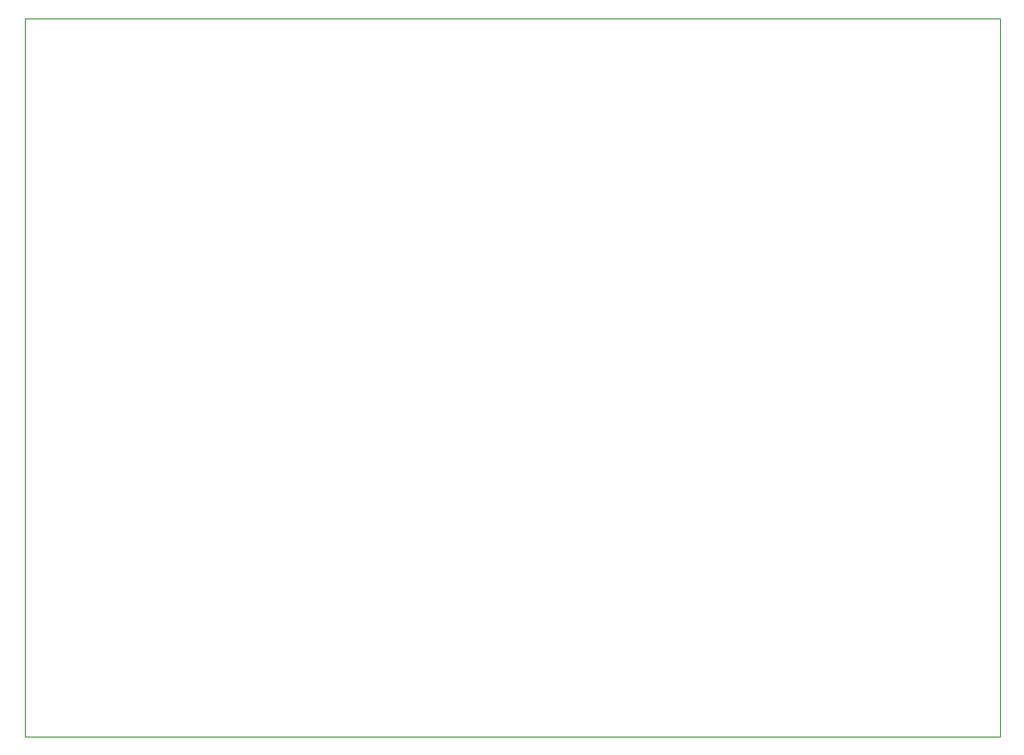
<source format=gm1>
G04 #@! TF.GenerationSoftware,KiCad,Pcbnew,5.1.2-f72e74a~84~ubuntu18.04.1*
G04 #@! TF.CreationDate,2019-07-29T23:39:44+03:00*
G04 #@! TF.ProjectId,tracer,74726163-6572-42e6-9b69-6361645f7063,rev?*
G04 #@! TF.SameCoordinates,Original*
G04 #@! TF.FileFunction,Profile,NP*
%FSLAX46Y46*%
G04 Gerber Fmt 4.6, Leading zero omitted, Abs format (unit mm)*
G04 Created by KiCad (PCBNEW 5.1.2-f72e74a~84~ubuntu18.04.1) date 2019-07-29 23:39:44*
%MOMM*%
%LPD*%
G04 APERTURE LIST*
%ADD10C,0.100000*%
G04 APERTURE END LIST*
D10*
X153670000Y-90170000D02*
X64135000Y-90170000D01*
X153670000Y-156210000D02*
X153670000Y-90170000D01*
X64135000Y-156210000D02*
X153670000Y-156210000D01*
X64135000Y-90170000D02*
X64135000Y-156210000D01*
M02*

</source>
